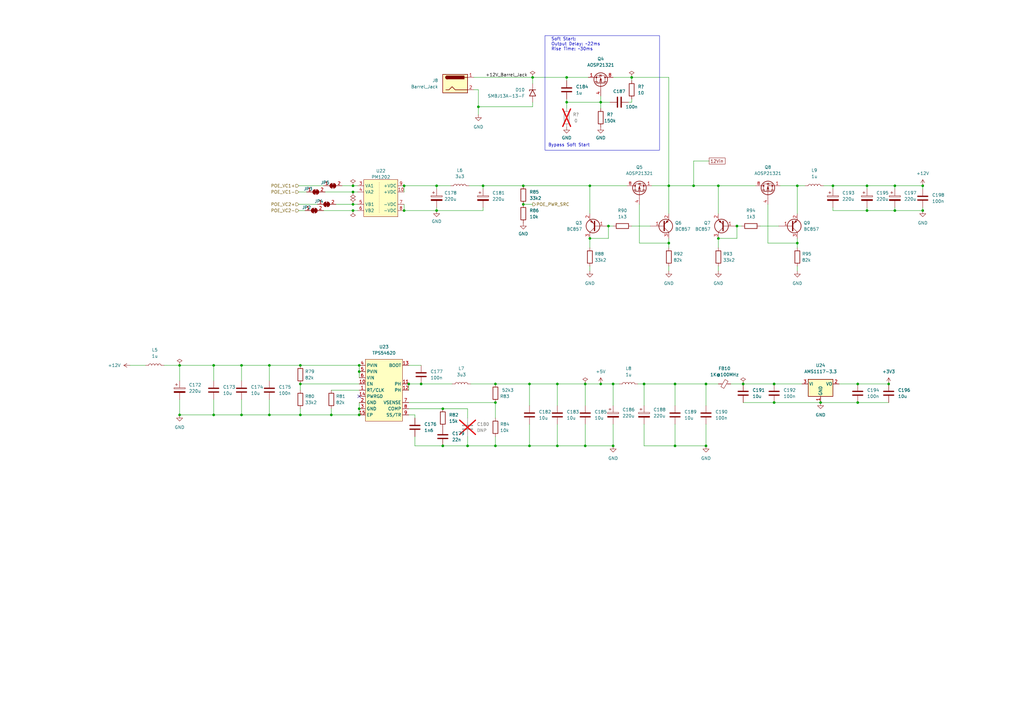
<source format=kicad_sch>
(kicad_sch (version 20230121) (generator eeschema)
  (paper "A3")
  (title_block (title "digital supply") (date "2023-11-09") (rev "r0_3") (company "M-Labs Limited") (comment 1 "Linus Woo Chun Kit"))
  (lib_symbols
    (symbol "Connector:Barrel_Jack" (pin_names (offset 1.016))
      (property "Reference" "J" (at 0 5.334 0))
      (property "Value" "Barrel_Jack" (at 0 -5.08 0))
      (symbol "Barrel_Jack_1_1"
        (pin passive line (at 7.62 2.54 180) (length 2.54) (name "~") (number "1"))
        (pin passive line (at 7.62 -2.54 180) (length 2.54) (name "~") (number "2"))
      )
    )
    (symbol "Device:C" (pin_numbers hide) (pin_names (offset 0.254))
      (property "Reference" "C" (at 0.635 2.54 0))
      (property "Value" "C" (at 0.635 -2.54 0))
      (symbol "C_1_1"
        (pin passive line (at 0 3.81 270) (length 2.794) (name "~") (number "1"))
        (pin passive line (at 0 -3.81 90) (length 2.794) (name "~") (number "2"))
      )
    )
    (symbol "Device:C_Polarized" (pin_numbers hide) (pin_names (offset 0.254))
      (property "Reference" "C" (at 0.635 2.54 0))
      (property "Value" "C_Polarized" (at 0.635 -2.54 0))
      (symbol "C_Polarized_1_1"
        (pin passive line (at 0 3.81 270) (length 2.794) (name "~") (number "1"))
        (pin passive line (at 0 -3.81 90) (length 2.794) (name "~") (number "2"))
      )
    )
    (symbol "Device:FerriteBead_Small" (pin_numbers hide) (pin_names (offset 0))
      (property "Reference" "FB" (at 1.905 1.27 0))
      (property "Value" "FerriteBead_Small" (at 1.905 -1.27 0))
      (symbol "FerriteBead_Small_1_1"
        (pin passive line (at 0 2.54 270) (length 1.27) (name "~") (number "1"))
        (pin passive line (at 0 -2.54 90) (length 1.27) (name "~") (number "2"))
      )
    )
    (symbol "Device:L" (pin_numbers hide) (pin_names (offset 1.016) hide)
      (property "Reference" "L" (at -1.27 0 90))
      (property "Value" "L" (at 1.905 0 90))
      (symbol "L_1_1"
        (pin passive line (at 0 3.81 270) (length 1.27) (name "1") (number "1"))
        (pin passive line (at 0 -3.81 90) (length 1.27) (name "2") (number "2"))
      )
    )
    (symbol "Device:R" (pin_numbers hide) (pin_names (offset 0))
      (property "Reference" "R" (at 2.032 0 90))
      (property "Value" "R" (at 0 0 90))
      (symbol "R_1_1"
        (pin passive line (at 0 3.81 270) (length 1.27) (name "~") (number "1"))
        (pin passive line (at 0 -3.81 90) (length 1.27) (name "~") (number "2"))
      )
    )
    (symbol "Diode:SM6T15A" (pin_numbers hide) (pin_names (offset 1.016) hide)
      (property "Reference" "D" (at 0 2.54 0))
      (property "Value" "SM6T15A" (at 0 -2.54 0))
      (symbol "SM6T15A_1_1"
        (pin passive line (at -3.81 0 0) (length 2.54) (name "A1") (number "1"))
        (pin passive line (at 3.81 0 180) (length 2.54) (name "A2") (number "2"))
      )
    )
    (symbol "Jumper:SolderJumper_2_Bridged" (pin_names (offset 0) hide)
      (property "Reference" "JP" (at 0 2.032 0))
      (property "Value" "SolderJumper_2_Bridged" (at 0 -2.54 0))
      (symbol "SolderJumper_2_Bridged_1_1"
        (pin passive line (at -3.81 0 0) (length 2.54) (name "A") (number "1"))
        (pin passive line (at 3.81 0 180) (length 2.54) (name "B") (number "2"))
      )
    )
    (symbol "Regulator_Linear:AMS1117-3.3" (pin_names (offset 0.254))
      (property "Reference" "U" (at -3.81 3.175 0))
      (property "Value" "AMS1117-3.3" (at 0 3.175 0))
      (symbol "AMS1117-3.3_1_1"
        (pin power_in line (at 0 -7.62 90) (length 2.54) (name "GND") (number "1"))
        (pin power_out line (at 7.62 0 180) (length 2.54) (name "VO") (number "2"))
        (pin power_in line (at -7.62 0 0) (length 2.54) (name "VI") (number "3"))
      )
    )
    (symbol "Transistor_BJT:BC857" (pin_names (offset 0) hide)
      (property "Reference" "Q" (at 5.08 1.905 0))
      (property "Value" "BC857" (at 5.08 0 0))
      (symbol "BC857_1_1"
        (pin input line (at -5.08 0 0) (length 5.715) (name "B") (number "1"))
        (pin passive line (at 2.54 -5.08 90) (length 2.54) (name "E") (number "2"))
        (pin passive line (at 2.54 5.08 270) (length 2.54) (name "C") (number "3"))
      )
    )
    (symbol "Transistor_FET:FDS9435A" (pin_names hide)
      (property "Reference" "Q" (at 5.08 1.905 0))
      (property "Value" "FDS9435A" (at 5.08 0 0))
      (symbol "FDS9435A_1_1"
        (pin passive line (at 2.54 -5.08 90) (length 2.54) (name "S") (number "1"))
        (pin passive line (at 2.54 -5.08 90) (length 2.54) hide (name "S") (number "2"))
        (pin passive line (at 2.54 -5.08 90) (length 2.54) hide (name "S") (number "3"))
        (pin passive line (at -5.08 0 0) (length 2.54) (name "G") (number "4"))
        (pin passive line (at 2.54 5.08 270) (length 2.54) hide (name "D") (number "5"))
        (pin passive line (at 2.54 5.08 270) (length 2.54) hide (name "D") (number "6"))
        (pin passive line (at 2.54 5.08 270) (length 2.54) hide (name "D") (number "7"))
        (pin passive line (at 2.54 5.08 270) (length 2.54) (name "D") (number "8"))
      )
    )
    (symbol "kirdy:PM1202"
      (property "Reference" "U" (at 6.35 -6.35 0))
      (property "Value" "PM1202" (at -2.54 -6.35 0))
      (property "MFR_PN" "PM1202" (at 0 0 0))
      (symbol "PM1202_0_0"
        (pin no_connect line (at -1.27 -11.43 180) (length 2.54) hide (name "NC") (number "1"))
        (pin power_out line (at 10.16 5.08 180) (length 2.54) (name "+VDC") (number "10"))
        (pin no_connect line (at -1.27 -8.89 180) (length 2.54) hide (name "NC") (number "2"))
        (pin passive line (at 10.16 0 180) (length 2.54) (name "-VDC") (number "7"))
        (pin power_out line (at 10.16 -2.54 180) (length 2.54) (name "-VDC") (number "8"))
        (pin input line (at 10.16 7.62 180) (length 2.54) (name "+VDC") (number "9"))
      )
      (symbol "PM1202_1_0"
        (pin power_in line (at -8.89 7.62 0) (length 2.54) (name "VA1") (number "3"))
        (pin power_in line (at -8.89 5.08 0) (length 2.54) (name "VA2") (number "4"))
        (pin power_in line (at -8.89 0 0) (length 2.54) (name "VB1") (number "5"))
        (pin power_in line (at -8.89 -2.54 0) (length 2.54) (name "VB2") (number "6"))
      )
    )
    (symbol "kirdy:TPS54620"
      (property "Reference" "U" (at 0 -17.78 0))
      (property "Value" "TPS54620" (at 0 -15.24 0))
      (symbol "TPS54620_0_0"
        (pin input line (at -10.16 0 0) (length 2.54) (name "RT/CLK") (number "1"))
        (pin input line (at -10.16 2.54 0) (length 2.54) (name "EN") (number "10"))
        (pin power_out line (at 10.16 2.54 180) (length 2.54) (name "PH") (number "11"))
        (pin passive line (at 10.16 0 180) (length 2.54) (name "PH") (number "12"))
        (pin input line (at 10.16 10.16 180) (length 2.54) (name "BOOT") (number "13"))
        (pin output line (at -10.16 -2.54 0) (length 2.54) (name "PWRGD") (number "14"))
        (pin power_in line (at -10.16 -10.16 0) (length 2.54) (name "EP") (number "15"))
        (pin power_in line (at -10.16 -5.08 0) (length 2.54) (name "GND") (number "2"))
        (pin power_in line (at -10.16 -7.62 0) (length 2.54) (name "GND") (number "3"))
        (pin power_in line (at -10.16 10.16 0) (length 2.54) (name "PVIN") (number "4"))
        (pin power_in line (at -10.16 7.62 0) (length 2.54) (name "PVIN") (number "5"))
        (pin power_in line (at -10.16 5.08 0) (length 2.54) (name "VIN") (number "6"))
        (pin input line (at 10.16 -5.08 180) (length 2.54) (name "VSENSE") (number "7"))
        (pin output line (at 10.16 -7.62 180) (length 2.54) (name "COMP") (number "8"))
        (pin output line (at 10.16 -10.16 180) (length 2.54) (name "SS/TR") (number "9"))
      )
    )
    (symbol "power:+12V" (power) (pin_names (offset 0))
      (property "Value" "+12V" (at 0 3.556 0))
      (symbol "+12V_1_1"
        (pin power_in line (at 0 0 90) (length 0) hide (name "+12V") (number "1"))
      )
    )
    (symbol "power:+3V3" (power) (pin_names (offset 0))
      (property "Value" "+3V3" (at 0 3.556 0))
      (symbol "+3V3_1_1"
        (pin power_in line (at 0 0 90) (length 0) hide (name "+3V3") (number "1"))
      )
    )
    (symbol "power:+5V" (power) (pin_names (offset 0))
      (property "Value" "+5V" (at 0 3.556 0))
      (symbol "+5V_1_1"
        (pin power_in line (at 0 0 90) (length 0) hide (name "+5V") (number "1"))
      )
    )
    (symbol "power:GND" (power) (pin_names (offset 0))
      (property "Value" "GND" (at 0 -3.81 0))
      (symbol "GND_1_1"
        (pin power_in line (at 0 0 270) (length 0) hide (name "GND") (number "1"))
      )
    )
    (symbol "power:PWR_FLAG" (power) (pin_numbers hide) (pin_names (offset 0) hide)
      (property "Value" "PWR_FLAG" (at 0 3.81 0))
      (symbol "PWR_FLAG_0_0"
        (pin power_out line (at 0 0 90) (length 0) (name "pwr") (number "1"))
      )
    )
  )
  (junction (at 259.08 31.75))
  (junction (at 87.63 149.86))
  (junction (at 179.07 86.36))
  (junction (at 165.735 86.36))
  (junction (at 364.49 157.48))
  (junction (at 241.935 97.79))
  (junction (at 276.86 157.48))
  (junction (at 144.78 76.2))
  (junction (at 181.61 182.88))
  (junction (at 274.32 99.695))
  (junction (at 147.32 167.64))
  (junction (at 241.935 76.2))
  (junction (at 251.46 182.88))
  (junction (at 181.61 167.64))
  (junction (at 144.78 83.82))
  (junction (at 284.48 76.2))
  (junction (at 246.38 157.48))
  (junction (at 317.5 165.1))
  (junction (at 228.6 157.48))
  (junction (at 203.2 157.48))
  (junction (at 378.46 86.36))
  (junction (at 251.46 157.48))
  (junction (at 110.49 170.18))
  (junction (at 144.78 86.36))
  (junction (at 167.64 157.48))
  (junction (at 274.32 76.2))
  (junction (at 135.89 170.18))
  (junction (at 73.66 170.18))
  (junction (at 214.63 83.82))
  (junction (at 302.26 92.71))
  (junction (at 246.38 41.91))
  (junction (at 196.215 43.815))
  (junction (at 240.03 182.88))
  (junction (at 147.32 149.86))
  (junction (at 203.2 182.88))
  (junction (at 336.55 165.1))
  (junction (at 240.03 157.48))
  (junction (at 249.555 92.71))
  (junction (at 110.49 149.86))
  (junction (at 351.79 165.1))
  (junction (at 294.64 97.79))
  (junction (at 123.19 170.18))
  (junction (at 317.5 157.48))
  (junction (at 289.56 157.48))
  (junction (at 351.79 157.48))
  (junction (at 203.2 165.1))
  (junction (at 327.025 76.2))
  (junction (at 355.6 86.36))
  (junction (at 367.03 76.2))
  (junction (at 217.17 182.88))
  (junction (at 214.63 76.2))
  (junction (at 304.8 157.48))
  (junction (at 217.17 157.48))
  (junction (at 179.07 76.2))
  (junction (at 87.63 170.18))
  (junction (at 232.41 31.75))
  (junction (at 378.46 76.2))
  (junction (at 144.78 78.74))
  (junction (at 123.19 149.86))
  (junction (at 341.63 76.2))
  (junction (at 73.66 149.86))
  (junction (at 165.735 76.2))
  (junction (at 218.44 31.75))
  (junction (at 327.025 99.695))
  (junction (at 99.06 170.18))
  (junction (at 294.64 76.2))
  (junction (at 289.56 182.88))
  (junction (at 232.41 41.91))
  (junction (at 147.32 152.4))
  (junction (at 367.03 86.36))
  (junction (at 228.6 182.88))
  (junction (at 191.77 182.88))
  (junction (at 99.06 149.86))
  (junction (at 123.19 157.48))
  (junction (at 276.86 182.88))
  (junction (at 147.32 170.18))
  (junction (at 172.72 157.48))
  (junction (at 198.12 76.2))
  (junction (at 264.16 157.48))
  (junction (at 355.6 76.2))
  (no_connect (at 147.32 162.56))
  (wire (pts (xy 337.82 76.2) (xy 341.63 76.2)))
  (wire (pts (xy 135.89 167.64) (xy 135.89 170.18)))
  (wire (pts (xy 294.64 76.2) (xy 309.88 76.2)))
  (wire (pts (xy 378.46 77.47) (xy 378.46 76.2)))
  (wire (pts (xy 87.63 149.86) (xy 99.06 149.86)))
  (wire (pts (xy 147.32 165.1) (xy 147.32 167.64)))
  (wire (pts (xy 165.735 86.36) (xy 179.07 86.36)))
  (wire (pts (xy 144.78 83.82) (xy 146.685 83.82)))
  (wire (pts (xy 140.335 76.2) (xy 144.78 76.2)))
  (wire (pts (xy 327.025 76.2) (xy 327.025 87.63)))
  (wire (pts (xy 110.49 149.86) (xy 123.19 149.86)))
  (wire (pts (xy 355.6 76.2) (xy 355.6 77.47)))
  (wire (pts (xy 99.06 163.83) (xy 99.06 170.18)))
  (wire (pts (xy 264.16 157.48) (xy 276.86 157.48)))
  (wire (pts (xy 241.935 76.2) (xy 257.175 76.2)))
  (wire (pts (xy 165.735 83.82) (xy 165.735 86.36)))
  (wire (pts (xy 294.64 97.79) (xy 294.64 101.6)))
  (wire (pts (xy 135.89 160.02) (xy 147.32 160.02)))
  (wire (pts (xy 228.6 182.88) (xy 240.03 182.88)))
  (wire (pts (xy 327.025 99.695) (xy 327.025 101.6)))
  (wire (pts (xy 218.44 31.75) (xy 194.31 31.75)))
  (wire (pts (xy 99.06 170.18) (xy 110.49 170.18)))
  (wire (pts (xy 110.49 170.18) (xy 123.19 170.18)))
  (wire (pts (xy 232.41 41.91) (xy 232.41 44.45)))
  (wire (pts (xy 192.405 76.2) (xy 198.12 76.2)))
  (wire (pts (xy 274.32 76.2) (xy 284.48 76.2)))
  (wire (pts (xy 367.03 76.2) (xy 378.46 76.2)))
  (wire (pts (xy 304.8 165.1) (xy 317.5 165.1)))
  (wire (pts (xy 170.18 179.07) (xy 170.18 182.88)))
  (wire (pts (xy 203.2 182.88) (xy 203.2 179.07)))
  (wire (pts (xy 181.61 167.64) (xy 191.77 167.64)))
  (wire (pts (xy 217.17 157.48) (xy 217.17 166.37)))
  (wire (pts (xy 53.34 149.86) (xy 59.69 149.86)))
  (wire (pts (xy 267.335 76.2) (xy 274.32 76.2)))
  (wire (pts (xy 122.555 83.82) (xy 130.175 83.82)))
  (wire (pts (xy 246.38 41.91) (xy 250.19 41.91)))
  (wire (pts (xy 147.32 149.86) (xy 147.32 152.4)))
  (wire (pts (xy 167.64 149.86) (xy 172.72 149.86)))
  (wire (pts (xy 123.19 157.48) (xy 123.19 160.02)))
  (wire (pts (xy 123.19 167.64) (xy 123.19 170.18)))
  (wire (pts (xy 73.66 163.83) (xy 73.66 170.18)))
  (wire (pts (xy 240.03 157.48) (xy 240.03 166.37)))
  (wire (pts (xy 132.715 86.36) (xy 144.78 86.36)))
  (wire (pts (xy 251.46 182.88) (xy 251.46 173.99)))
  (wire (pts (xy 259.08 40.64) (xy 259.08 41.91)))
  (wire (pts (xy 317.5 157.48) (xy 328.93 157.48)))
  (wire (pts (xy 276.86 157.48) (xy 289.56 157.48)))
  (wire (pts (xy 99.06 149.86) (xy 110.49 149.86)))
  (wire (pts (xy 320.04 76.2) (xy 327.025 76.2)))
  (wire (pts (xy 167.64 165.1) (xy 203.2 165.1)))
  (wire (pts (xy 284.48 76.2) (xy 294.64 76.2)))
  (wire (pts (xy 289.56 173.99) (xy 289.56 182.88)))
  (wire (pts (xy 251.46 157.48) (xy 251.46 166.37)))
  (wire (pts (xy 274.32 76.2) (xy 274.32 87.63)))
  (wire (pts (xy 123.19 157.48) (xy 147.32 157.48)))
  (wire (pts (xy 196.215 36.83) (xy 194.31 36.83)))
  (wire (pts (xy 218.44 41.91) (xy 218.44 43.815)))
  (wire (pts (xy 87.63 170.18) (xy 99.06 170.18)))
  (wire (pts (xy 135.89 170.18) (xy 147.32 170.18)))
  (wire (pts (xy 351.79 157.48) (xy 364.49 157.48)))
  (wire (pts (xy 179.07 76.2) (xy 179.07 77.47)))
  (wire (pts (xy 327.025 76.2) (xy 330.2 76.2)))
  (wire (pts (xy 123.19 149.86) (xy 147.32 149.86)))
  (wire (pts (xy 276.86 166.37) (xy 276.86 157.48)))
  (wire (pts (xy 144.78 78.74) (xy 146.685 78.74)))
  (wire (pts (xy 276.86 182.88) (xy 289.56 182.88)))
  (wire (pts (xy 232.41 40.64) (xy 232.41 41.91)))
  (wire (pts (xy 73.66 156.21) (xy 73.66 149.86)))
  (wire (pts (xy 232.41 41.91) (xy 246.38 41.91)))
  (wire (pts (xy 198.12 76.2) (xy 214.63 76.2)))
  (wire (pts (xy 294.64 109.22) (xy 294.64 111.125)))
  (wire (pts (xy 122.555 86.36) (xy 125.095 86.36)))
  (wire (pts (xy 259.08 31.75) (xy 259.08 33.02)))
  (wire (pts (xy 217.17 157.48) (xy 228.6 157.48)))
  (wire (pts (xy 232.41 31.75) (xy 232.41 33.02)))
  (wire (pts (xy 259.08 41.91) (xy 257.81 41.91)))
  (wire (pts (xy 246.38 39.37) (xy 246.38 41.91)))
  (wire (pts (xy 378.46 85.09) (xy 378.46 86.36)))
  (wire (pts (xy 203.2 157.48) (xy 217.17 157.48)))
  (wire (pts (xy 344.17 157.48) (xy 351.79 157.48)))
  (wire (pts (xy 123.19 170.18) (xy 135.89 170.18)))
  (wire (pts (xy 198.12 76.2) (xy 198.12 77.47)))
  (wire (pts (xy 170.18 182.88) (xy 181.61 182.88)))
  (wire (pts (xy 294.64 76.2) (xy 294.64 87.63)))
  (wire (pts (xy 284.48 66.04) (xy 284.48 76.2)))
  (wire (pts (xy 290.83 66.04) (xy 284.48 66.04)))
  (wire (pts (xy 218.44 31.75) (xy 218.44 34.29)))
  (wire (pts (xy 367.03 76.2) (xy 367.03 77.47)))
  (wire (pts (xy 191.77 182.88) (xy 203.2 182.88)))
  (wire (pts (xy 172.72 157.48) (xy 185.42 157.48)))
  (wire (pts (xy 261.62 157.48) (xy 264.16 157.48)))
  (wire (pts (xy 251.46 31.75) (xy 259.08 31.75)))
  (wire (pts (xy 327.025 109.22) (xy 327.025 111.125)))
  (wire (pts (xy 341.63 76.2) (xy 355.6 76.2)))
  (wire (pts (xy 110.49 163.83) (xy 110.49 170.18)))
  (wire (pts (xy 314.96 99.695) (xy 327.025 99.695)))
  (wire (pts (xy 249.555 92.71) (xy 251.46 92.71)))
  (wire (pts (xy 341.63 76.2) (xy 341.63 77.47)))
  (wire (pts (xy 203.2 182.88) (xy 217.17 182.88)))
  (wire (pts (xy 254 157.48) (xy 251.46 157.48)))
  (wire (pts (xy 196.215 43.815) (xy 218.44 43.815)))
  (wire (pts (xy 246.38 41.91) (xy 246.38 44.45)))
  (wire (pts (xy 241.935 97.79) (xy 241.935 101.6)))
  (wire (pts (xy 198.12 85.09) (xy 198.12 86.36)))
  (wire (pts (xy 355.6 76.2) (xy 367.03 76.2)))
  (wire (pts (xy 241.935 76.2) (xy 241.935 87.63)))
  (wire (pts (xy 314.96 83.82) (xy 314.96 99.695)))
  (wire (pts (xy 228.6 157.48) (xy 240.03 157.48)))
  (wire (pts (xy 264.16 182.88) (xy 264.16 173.99)))
  (wire (pts (xy 367.03 85.09) (xy 367.03 86.36)))
  (wire (pts (xy 73.66 149.86) (xy 87.63 149.86)))
  (wire (pts (xy 262.255 83.82) (xy 262.255 99.695)))
  (wire (pts (xy 179.07 86.36) (xy 179.07 85.09)))
  (wire (pts (xy 179.07 76.2) (xy 184.785 76.2)))
  (wire (pts (xy 147.32 167.64) (xy 147.32 170.18)))
  (wire (pts (xy 299.72 157.48) (xy 304.8 157.48)))
  (wire (pts (xy 196.215 43.815) (xy 196.215 36.83)))
  (wire (pts (xy 274.32 109.22) (xy 274.32 111.125)))
  (wire (pts (xy 241.935 109.22) (xy 241.935 111.125)))
  (wire (pts (xy 144.78 76.2) (xy 146.685 76.2)))
  (wire (pts (xy 232.41 31.75) (xy 241.3 31.75)))
  (wire (pts (xy 87.63 149.86) (xy 87.63 156.21)))
  (wire (pts (xy 165.735 76.2) (xy 165.735 78.74)))
  (wire (pts (xy 317.5 165.1) (xy 336.55 165.1)))
  (wire (pts (xy 203.2 171.45) (xy 203.2 165.1)))
  (wire (pts (xy 167.64 157.48) (xy 172.72 157.48)))
  (wire (pts (xy 122.555 76.2) (xy 132.715 76.2)))
  (wire (pts (xy 137.795 83.82) (xy 144.78 83.82)))
  (wire (pts (xy 147.32 152.4) (xy 147.32 154.94)))
  (wire (pts (xy 170.18 170.18) (xy 170.18 171.45)))
  (wire (pts (xy 193.04 157.48) (xy 203.2 157.48)))
  (wire (pts (xy 241.935 97.79) (xy 249.555 97.79)))
  (wire (pts (xy 133.35 78.74) (xy 144.78 78.74)))
  (wire (pts (xy 367.03 86.36) (xy 378.46 86.36)))
  (wire (pts (xy 198.12 86.36) (xy 179.07 86.36)))
  (wire (pts (xy 214.63 83.82) (xy 218.44 83.82)))
  (wire (pts (xy 144.78 86.36) (xy 146.685 86.36)))
  (wire (pts (xy 228.6 157.48) (xy 228.6 166.37)))
  (wire (pts (xy 218.44 31.75) (xy 232.41 31.75)))
  (wire (pts (xy 264.16 182.88) (xy 276.86 182.88)))
  (wire (pts (xy 87.63 163.83) (xy 87.63 170.18)))
  (wire (pts (xy 191.77 182.88) (xy 191.77 179.07)))
  (wire (pts (xy 249.555 97.79) (xy 249.555 92.71)))
  (wire (pts (xy 294.64 97.79) (xy 302.26 97.79)))
  (wire (pts (xy 240.03 173.99) (xy 240.03 182.88)))
  (wire (pts (xy 217.17 173.99) (xy 217.17 182.88)))
  (wire (pts (xy 167.64 170.18) (xy 170.18 170.18)))
  (wire (pts (xy 327.025 97.79) (xy 327.025 99.695)))
  (wire (pts (xy 165.735 76.2) (xy 179.07 76.2)))
  (wire (pts (xy 246.38 157.48) (xy 251.46 157.48)))
  (wire (pts (xy 181.61 182.88) (xy 191.77 182.88)))
  (wire (pts (xy 341.63 86.36) (xy 355.6 86.36)))
  (wire (pts (xy 355.6 86.36) (xy 367.03 86.36)))
  (wire (pts (xy 73.66 170.18) (xy 87.63 170.18)))
  (wire (pts (xy 355.6 85.09) (xy 355.6 86.36)))
  (wire (pts (xy 276.86 173.99) (xy 276.86 182.88)))
  (wire (pts (xy 302.26 92.71) (xy 304.165 92.71)))
  (wire (pts (xy 67.31 149.86) (xy 73.66 149.86)))
  (wire (pts (xy 228.6 173.99) (xy 228.6 182.88)))
  (wire (pts (xy 110.49 149.86) (xy 110.49 156.21)))
  (wire (pts (xy 264.16 166.37) (xy 264.16 157.48)))
  (wire (pts (xy 191.77 167.64) (xy 191.77 171.45)))
  (wire (pts (xy 240.03 182.88) (xy 251.46 182.88)))
  (wire (pts (xy 274.32 99.695) (xy 274.32 101.6)))
  (wire (pts (xy 122.555 78.74) (xy 125.73 78.74)))
  (wire (pts (xy 262.255 99.695) (xy 274.32 99.695)))
  (wire (pts (xy 341.63 86.36) (xy 341.63 85.09)))
  (wire (pts (xy 351.79 165.1) (xy 364.49 165.1)))
  (wire (pts (xy 167.64 167.64) (xy 181.61 167.64)))
  (wire (pts (xy 304.8 157.48) (xy 317.5 157.48)))
  (wire (pts (xy 274.32 31.75) (xy 274.32 76.2)))
  (wire (pts (xy 259.08 92.71) (xy 266.7 92.71)))
  (wire (pts (xy 99.06 156.21) (xy 99.06 149.86)))
  (wire (pts (xy 311.785 92.71) (xy 319.405 92.71)))
  (wire (pts (xy 289.56 157.48) (xy 294.64 157.48)))
  (wire (pts (xy 302.26 97.79) (xy 302.26 92.71)))
  (wire (pts (xy 167.64 157.48) (xy 167.64 160.02)))
  (wire (pts (xy 259.08 31.75) (xy 274.32 31.75)))
  (wire (pts (xy 214.63 76.2) (xy 241.935 76.2)))
  (wire (pts (xy 274.32 97.79) (xy 274.32 99.695)))
  (wire (pts (xy 240.03 157.48) (xy 246.38 157.48)))
  (wire (pts (xy 217.17 182.88) (xy 228.6 182.88)))
  (wire (pts (xy 196.215 46.99) (xy 196.215 43.815)))
  (wire (pts (xy 289.56 166.37) (xy 289.56 157.48)))
  (wire (pts (xy 336.55 165.1) (xy 351.79 165.1)))
  (rectangle (start 223.52 14.605) (end 270.51 61.595))
  (text "Bypass Soft Start" (at 241.935 60.325 0) (effects (font (size 1.27 1.27)) (justify right bottom)))
  (text "Soft Start:\nOutput Delay: ~22ms\nRise Time: ~30ms\n" (at 226.06 20.955 0) (effects (font (size 1.27 1.27)) (justify left bottom)))
  (label "+12V_Barrel_Jack" (at 199.136 31.75 0))
  (global_label "12Vin" (shape passive) (at 290.83 66.04 0) (property "Intersheetrefs" "${INTERSHEET_REFS}" (effects hide)))
  (hierarchical_label "POE_PWR_SRC" (shape output) (at 218.44 83.82 0))
  (hierarchical_label "POE_VC2+" (shape input) (at 122.555 83.82 180))
  (hierarchical_label "POE_VC2-" (shape input) (at 122.555 86.36 180))
  (hierarchical_label "POE_VC1-" (shape input) (at 122.555 78.74 180))
  (hierarchical_label "POE_VC1+" (shape input) (at 122.555 76.2 180))
  (symbol (lib_id "Device:L") (at 189.23 157.48 90) (unit 1)
    (property "Reference" "L7" (at 189.23 151.13 90))
    (property "Value" "3u3" (at 189.23 153.67 90))
    (property "Footprint" "Inductor_SMD:L_Wuerth_MAPI-4020" (effects hide))
    (property "MFR_PN" "74438356033" (effects hide))
  )
  (symbol (lib_id "Device:C") (at 276.86 170.18 0) (unit 1)
    (property "Reference" "C189" (at 280.67 168.9099 0) (effects (justify left)))
    (property "Value" "10u" (at 280.67 171.4499 0) (effects (justify left)))
    (property "Footprint" "Capacitor_SMD:C_0805_2012Metric" (effects hide))
    (property "MFR_PN" "CL21B106KOQNNNG" (effects hide))
    (property "MFR_PN_ALT" "CL21B106KOQNNNE" (effects hide))
  )
  (symbol (lib_id "Device:C") (at 378.46 81.28 0) (unit 1)
    (property "Reference" "C198" (at 382.27 80.0099 0) (effects (justify left)))
    (property "Value" "100n" (at 382.27 82.5499 0) (effects (justify left)))
    (property "Footprint" "Capacitor_SMD:C_0603_1608Metric" (effects hide))
    (property "MFR_PN" "CL10B104KB8NNWC" (effects hide))
    (property "MFR_PN_ALT" "CL10B104KB8NNNL" (effects hide))
  )
  (symbol (lib_id "Jumper:SolderJumper_2_Bridged") (at 136.525 76.2 0) (unit 1) (in_bom no)
    (property "Reference" "JP5" (at 133.35 74.93 0))
    (property "Value" "SolderJumper_2_Bridged" (effects hide))
    (property "Footprint" "Jumper:SolderJumper-2_P1.3mm_Bridged2Bar_Pad1.0x1.5mm" (effects hide))
  )
  (symbol (lib_id "Device:R") (at 294.64 105.41 0) (unit 1)
    (property "Reference" "R93" (at 296.545 104.1399 0) (effects (justify left)))
    (property "Value" "33k2" (at 296.545 106.6799 0) (effects (justify left)))
    (property "Footprint" "Resistor_SMD:R_0603_1608Metric" (effects hide))
    (property "MFR_PN" "CR0603-FX-3322ELF" (effects hide))
    (property "MFR_PN_ALT" "RC0603FR-0733K2L" (effects hide))
  )
  (symbol (lib_id "Device:C") (at 170.18 175.26 0) (unit 1)
    (property "Reference" "C176" (at 173.99 173.9899 0) (effects (justify left)))
    (property "Value" "1n6" (at 173.99 176.5299 0) (effects (justify left)))
    (property "Footprint" "Capacitor_SMD:C_0603_1608Metric" (effects hide))
    (property "MFR_PN" "GCM1885C1H162FA16D" (effects hide))
    (property "MFR_PN_ALT" "C0603C162J5GAC7867" (effects hide))
  )
  (symbol (lib_id "Device:C_Polarized") (at 264.16 170.18 0) (unit 1)
    (property "Reference" "C188" (at 267.97 168.0209 0) (effects (justify left)))
    (property "Value" "220u" (at 267.97 170.5609 0) (effects (justify left)))
    (property "Footprint" "Capacitor_Tantalum_SMD:CP_EIA-7343-15_Kemet-W" (effects hide))
    (property "MFR_PN" "T491D227K016AT" (effects hide))
    (property "MFR_PN_ALT" "293D227X9016E2TE3" (effects hide))
  )
  (symbol (lib_id "Transistor_BJT:BC857") (at 324.485 92.71 0) (mirror x) (unit 1)
    (property "Reference" "Q9" (at 329.565 91.4399 0) (effects (justify left)))
    (property "Value" "BC857" (at 329.565 93.9799 0) (effects (justify left)))
    (property "Footprint" "Package_TO_SOT_SMD:SOT-23" (effects hide))
    (property "Datasheet" "https://www.onsemi.com/pub/Collateral/BC860-D.pdf" (effects hide))
    (property "MFR_PN" "BC857B-TP" (effects hide))
    (property "MFR_PN_ALT" "BC857C-TP" (effects hide))
  )
  (symbol (lib_id "Device:C") (at 240.03 170.18 0) (unit 1)
    (property "Reference" "C185" (at 243.84 168.9099 0) (effects (justify left)))
    (property "Value" "10u" (at 243.84 171.4499 0) (effects (justify left)))
    (property "Footprint" "Capacitor_SMD:C_0805_2012Metric" (effects hide))
    (property "MFR_PN" "CL21B106KOQNNNG" (effects hide))
    (property "MFR_PN_ALT" "CL21B106KOQNNNE" (effects hide))
  )
  (symbol (lib_id "power:GND") (at 196.215 46.99 0) (mirror y) (unit 1)
    (property "Reference" "#PWR0154" (effects hide))
    (property "Value" "GND" (at 196.215 52.07 0))
  )
  (symbol (lib_id "Device:C_Polarized") (at 341.63 81.28 0) (unit 1)
    (property "Reference" "C193" (at 345.44 79.1209 0) (effects (justify left)))
    (property "Value" "220u" (at 345.44 81.6609 0) (effects (justify left)))
    (property "Footprint" "Capacitor_Tantalum_SMD:CP_EIA-7343-15_Kemet-W" (effects hide))
    (property "MFR_PN" "T491D227K016AT" (effects hide))
    (property "MFR_PN_ALT" "293D227X9016E2TE3" (effects hide))
  )
  (symbol (lib_id "power:GND") (at 274.32 111.125 0) (unit 1)
    (property "Reference" "#PWR0161" (effects hide))
    (property "Value" "GND" (at 274.32 116.205 0))
  )
  (symbol (lib_id "Device:R") (at 181.61 171.45 0) (unit 1)
    (property "Reference" "R82" (at 184.15 170.1799 0) (effects (justify left)))
    (property "Value" "15k" (at 184.15 172.7199 0) (effects (justify left)))
    (property "Footprint" "Resistor_SMD:R_0603_1608Metric" (effects hide))
    (property "MFR_PN" "RT0603FRE0715KL" (effects hide))
  )
  (symbol (lib_id "Device:C") (at 304.8 161.29 0) (unit 1)
    (property "Reference" "C191" (at 308.61 160.0199 0) (effects (justify left)))
    (property "Value" "10u" (at 308.61 162.5599 0) (effects (justify left)))
    (property "Footprint" "Capacitor_SMD:C_0805_2012Metric" (effects hide))
    (property "MFR_PN" "CL21B106KOQNNNG" (effects hide))
    (property "MFR_PN_ALT" "CL21B106KOQNNNE" (effects hide))
  )
  (symbol (lib_id "Device:C") (at 351.79 161.29 0) (unit 1)
    (property "Reference" "C194" (at 355.6 160.0199 0) (effects (justify left)))
    (property "Value" "100n" (at 355.6 162.5599 0) (effects (justify left)))
    (property "Footprint" "Capacitor_SMD:C_0603_1608Metric" (effects hide))
    (property "MFR_PN" "CL10B104KB8NNWC" (effects hide))
    (property "MFR_PN_ALT" "CL10B104KB8NNNL" (effects hide))
  )
  (symbol (lib_id "power:+12V") (at 378.46 76.2 0) (unit 1)
    (property "Reference" "#PWR0167" (effects hide))
    (property "Value" "+12V" (at 378.46 71.12 0))
  )
  (symbol (lib_id "power:PWR_FLAG") (at 304.8 157.48 0) (unit 1)
    (property "Reference" "#FLG027" (effects hide))
    (property "Value" "PWR_FLAG" (effects hide))
  )
  (symbol (lib_id "power:GND") (at 241.935 111.125 0) (unit 1)
    (property "Reference" "#PWR0157" (effects hide))
    (property "Value" "GND" (at 241.935 116.205 0))
  )
  (symbol (lib_id "Device:L") (at 188.595 76.2 90) (unit 1)
    (property "Reference" "L6" (at 188.595 69.85 90))
    (property "Value" "3u3" (at 188.595 72.39 90))
    (property "Footprint" "Inductor_SMD:L_Wuerth_MAPI-4020" (effects hide))
    (property "MFR_PN" "74438356033" (effects hide))
  )
  (symbol (lib_id "Device:C") (at 87.63 160.02 0) (unit 1)
    (property "Reference" "C173" (at 91.44 158.7499 0) (effects (justify left)))
    (property "Value" "10u" (at 91.44 161.2899 0) (effects (justify left)))
    (property "Footprint" "Capacitor_SMD:C_0805_2012Metric" (effects hide))
    (property "MFR_PN" "CL21B106KOQNNNG" (effects hide))
    (property "MFR_PN_ALT" "CL21B106KOQNNNE" (effects hide))
  )
  (symbol (lib_id "power:PWR_FLAG") (at 144.78 86.36 180) (unit 1)
    (property "Reference" "#FLG023" (effects hide))
    (property "Value" "PWR_FLAG" (effects hide))
  )
  (symbol (lib_id "Device:R") (at 123.19 153.67 0) (unit 1)
    (property "Reference" "R79" (at 125.095 152.3999 0) (effects (justify left)))
    (property "Value" "82k" (at 125.095 154.9399 0) (effects (justify left)))
    (property "Footprint" "Resistor_SMD:R_0603_1608Metric" (effects hide))
    (property "MFR_PN" "CRGCQ0603F82K" (effects hide))
    (property "MFR_PN_ALT" "RMCF0603FT82K0" (effects hide))
  )
  (symbol (lib_id "Device:C_Polarized") (at 251.46 170.18 0) (unit 1)
    (property "Reference" "C186" (at 255.27 168.0209 0) (effects (justify left)))
    (property "Value" "220u" (at 255.27 170.5609 0) (effects (justify left)))
    (property "Footprint" "Capacitor_Tantalum_SMD:CP_EIA-7343-15_Kemet-W" (effects hide))
    (property "MFR_PN" "T491D227K016AT" (effects hide))
    (property "MFR_PN_ALT" "293D227X9016E2TE3" (effects hide))
  )
  (symbol (lib_id "kirdy:PM1202") (at 155.575 83.82 0) (unit 1)
    (property "Reference" "U22" (at 156.21 70.0872 0))
    (property "Value" "PM1202" (at 156.21 72.6241 0))
    (property "Footprint" "kirdy:PM1202" (effects hide))
    (property "Datasheet" "https://www.sdapo.net/product/product-12-386.html" (effects hide))
    (property "MFR_PN" "PM1202" (effects hide))
  )
  (symbol (lib_id "Device:R") (at 307.975 92.71 90) (unit 1)
    (property "Reference" "R94" (at 307.975 86.36 90))
    (property "Value" "1k3" (at 307.975 88.9 90))
    (property "Footprint" "Resistor_SMD:R_0603_1608Metric" (effects hide))
    (property "MFR_PN" "RC0603FR-071K3L" (effects hide))
    (property "MFR_PN_ALT" "CRCW06031K30FKEAC" (effects hide))
  )
  (symbol (lib_id "Device:C") (at 172.72 153.67 0) (unit 1)
    (property "Reference" "C177" (at 176.53 152.3999 0) (effects (justify left)))
    (property "Value" "100n" (at 176.53 154.9399 0) (effects (justify left)))
    (property "Footprint" "Capacitor_SMD:C_0603_1608Metric" (effects hide))
    (property "MFR_PN" "CL10B104KB8NNWC" (effects hide))
    (property "MFR_PN_ALT" "CL10B104KB8NNNL" (effects hide))
  )
  (symbol (lib_id "Device:R") (at 232.41 48.26 180) (unit 1) (dnp yes)
    (property "Reference" "R?" (at 236.22 46.99 0))
    (property "Value" "0" (at 236.22 49.53 0))
    (property "Footprint" "Resistor_SMD:R_0603_1608Metric" (effects hide))
    (property "MFR_PN" "RMCF0603ZT0R00" (effects hide))
    (property "MFR_PN_ALT" "CR0603-J/-000ELF" (effects hide))
    (instances (project "kirdy" (path "" (reference "R?") (unit 1)) (path "" (reference "R87") (unit 1))))
  )
  (symbol (lib_id "Diode:SM6T15A") (at 218.44 38.1 90) (mirror x) (unit 1)
    (property "Reference" "D10" (at 215.265 36.8299 90) (effects (justify left)))
    (property "Value" "SMBJ13A-13-F" (at 215.265 39.3699 90) (effects (justify left)))
    (property "Footprint" "Diode_SMD:D_SMB" (effects hide))
    (property "Datasheet" "https://www.st.com/resource/en/datasheet/sm6t.pdf" (effects hide))
    (property "MFR_PN" "SMBJ13A-13-F" (effects hide))
    (property "MFR_PN_ALT" "P6SMB16A" (effects hide))
  )
  (symbol (lib_id "Device:C_Polarized") (at 355.6 81.28 0) (unit 1)
    (property "Reference" "C195" (at 359.41 79.1209 0) (effects (justify left)))
    (property "Value" "220u" (at 359.41 81.6609 0) (effects (justify left)))
    (property "Footprint" "Capacitor_Tantalum_SMD:CP_EIA-7343-15_Kemet-W" (effects hide))
    (property "MFR_PN" "T491D227K016AT" (effects hide))
    (property "MFR_PN_ALT" "293D227X9016E2TE3" (effects hide))
  )
  (symbol (lib_id "power:PWR_FLAG") (at 144.78 78.74 180) (unit 1)
    (property "Reference" "#FLG021" (effects hide))
    (property "Value" "PWR_FLAG" (effects hide))
  )
  (symbol (lib_id "power:PWR_FLAG") (at 144.78 83.82 0) (unit 1)
    (property "Reference" "#FLG022" (effects hide))
    (property "Value" "PWR_FLAG" (effects hide))
  )
  (symbol (lib_id "Jumper:SolderJumper_2_Bridged") (at 128.905 86.36 0) (unit 1) (in_bom no)
    (property "Reference" "JP2" (at 125.73 85.09 0))
    (property "Value" "SolderJumper_2_Bridged" (effects hide))
    (property "Footprint" "Jumper:SolderJumper-2_P1.3mm_Bridged2Bar_Pad1.0x1.5mm" (effects hide))
  )
  (symbol (lib_id "Device:C") (at 228.6 170.18 0) (unit 1)
    (property "Reference" "C183" (at 232.41 168.9099 0) (effects (justify left)))
    (property "Value" "10u" (at 232.41 171.4499 0) (effects (justify left)))
    (property "Footprint" "Capacitor_SMD:C_0805_2012Metric" (effects hide))
    (property "MFR_PN" "CL21B106KOQNNNG" (effects hide))
    (property "MFR_PN_ALT" "CL21B106KOQNNNE" (effects hide))
  )
  (symbol (lib_id "Device:R") (at 203.2 161.29 180) (unit 1)
    (property "Reference" "R83" (at 207.01 162.56 0))
    (property "Value" "52k3" (at 208.28 160.02 0))
    (property "Footprint" "Resistor_SMD:R_0603_1608Metric" (effects hide))
    (property "MFR_PN" "CR0603-FX-5232ELF" (effects hide))
    (property "MFR_PN_ALT" "ERJ-3EKF5232V" (effects hide))
  )
  (symbol (lib_id "Device:C") (at 191.77 175.26 0) (unit 1) (dnp yes)
    (property "Reference" "C180" (at 195.58 173.9899 0) (effects (justify left)))
    (property "Value" "DNP" (at 195.58 176.5299 0) (effects (justify left)))
    (property "Footprint" "Capacitor_SMD:C_0603_1608Metric" (effects hide))
  )
  (symbol (lib_id "power:PWR_FLAG") (at 259.08 31.75 0) (mirror y) (unit 1)
    (property "Reference" "#FLG026" (effects hide))
    (property "Value" "PWR_FLAG" (effects hide))
  )
  (symbol (lib_id "Device:R") (at 214.63 80.01 0) (unit 1)
    (property "Reference" "R85" (at 217.17 78.7399 0) (effects (justify left)))
    (property "Value" "33k2" (at 217.17 81.2799 0) (effects (justify left)))
    (property "Footprint" "Resistor_SMD:R_0603_1608Metric" (effects hide))
    (property "MFR_PN" "CR0603-FX-3322ELF" (effects hide))
    (property "MFR_PN_ALT" "RC0603FR-0733K2L" (effects hide))
  )
  (symbol (lib_id "power:GND") (at 73.66 170.18 0) (unit 1)
    (property "Reference" "#PWR0152" (effects hide))
    (property "Value" "GND" (at 73.66 175.26 0))
  )
  (symbol (lib_id "Device:R") (at 255.27 92.71 90) (unit 1)
    (property "Reference" "R90" (at 255.27 86.36 90))
    (property "Value" "1k3" (at 255.27 88.9 90))
    (property "Footprint" "Resistor_SMD:R_0603_1608Metric" (effects hide))
    (property "MFR_PN" "RC0603FR-071K3L" (effects hide))
    (property "MFR_PN_ALT" "CRCW06031K30FKEAC" (effects hide))
  )
  (symbol (lib_id "Device:C_Polarized") (at 179.07 81.28 0) (unit 1)
    (property "Reference" "C178" (at 182.245 79.1209 0) (effects (justify left)))
    (property "Value" "220u" (at 182.245 81.6609 0) (effects (justify left)))
    (property "Footprint" "Capacitor_Tantalum_SMD:CP_EIA-7343-15_Kemet-W" (effects hide))
    (property "MFR_PN" "T491D227K016AT" (effects hide))
    (property "MFR_PN_ALT" "293D227X9016E2TE3" (effects hide))
  )
  (symbol (lib_id "Device:L") (at 257.81 157.48 90) (unit 1)
    (property "Reference" "L8" (at 257.81 151.13 90))
    (property "Value" "1u" (at 257.81 153.67 90))
    (property "Footprint" "Inductor_SMD:L_1008_2520Metric" (effects hide))
    (property "MFR_PN" "DFE252012F-1R0M=P2" (effects hide))
    (property "MFR_PN_ALT" "DFE252012P-1R0M=P2" (effects hide))
  )
  (symbol (lib_id "Device:R") (at 259.08 36.83 180) (unit 1)
    (property "Reference" "R?" (at 262.89 35.56 0))
    (property "Value" "10" (at 262.89 38.1 0))
    (property "Footprint" "Resistor_SMD:R_0603_1608Metric" (effects hide))
    (property "MFR_PN" "RT0603BRD0710RL" (effects hide))
    (property "MFR_PN_ALT" "WR06X10R0FTL" (effects hide))
    (instances (project "kirdy" (path "" (reference "R?") (unit 1)) (path "" (reference "R91") (unit 1))))
  )
  (symbol (lib_id "Device:C") (at 289.56 170.18 0) (unit 1)
    (property "Reference" "C190" (at 293.37 168.9099 0) (effects (justify left)))
    (property "Value" "100n" (at 293.37 171.4499 0) (effects (justify left)))
    (property "Footprint" "Capacitor_SMD:C_0603_1608Metric" (effects hide))
    (property "MFR_PN" "CL10B104KB8NNWC" (effects hide))
    (property "MFR_PN_ALT" "CL10B104KB8NNNL" (effects hide))
  )
  (symbol (lib_id "power:+5V") (at 246.38 157.48 0) (unit 1)
    (property "Reference" "#PWR0159" (effects hide))
    (property "Value" "+5V" (at 246.38 152.4 0))
  )
  (symbol (lib_id "Device:R") (at 241.935 105.41 0) (unit 1)
    (property "Reference" "R88" (at 243.84 104.1399 0) (effects (justify left)))
    (property "Value" "33k2" (at 243.84 106.6799 0) (effects (justify left)))
    (property "Footprint" "Resistor_SMD:R_0603_1608Metric" (effects hide))
    (property "MFR_PN" "CR0603-FX-3322ELF" (effects hide))
    (property "MFR_PN_ALT" "RC0603FR-0733K2L" (effects hide))
  )
  (symbol (lib_id "power:PWR_FLAG") (at 73.66 149.86 0) (unit 1)
    (property "Reference" "#FLG019" (effects hide))
    (property "Value" "PWR_FLAG" (effects hide))
  )
  (symbol (lib_id "Transistor_BJT:BC857") (at 297.18 92.71 180) (unit 1)
    (property "Reference" "Q7" (at 291.465 91.4399 0) (effects (justify left)))
    (property "Value" "BC857" (at 291.465 93.9799 0) (effects (justify left)))
    (property "Footprint" "Package_TO_SOT_SMD:SOT-23" (effects hide))
    (property "Datasheet" "https://www.onsemi.com/pub/Collateral/BC860-D.pdf" (effects hide))
    (property "MFR_PN" "BC857B-TP" (effects hide))
    (property "MFR_PN_ALT" "BC857C-TP" (effects hide))
  )
  (symbol (lib_id "power:GND") (at 327.025 111.125 0) (unit 1)
    (property "Reference" "#PWR0164" (effects hide))
    (property "Value" "GND" (at 327.025 116.205 0))
  )
  (symbol (lib_id "Device:R") (at 203.2 175.26 0) (unit 1)
    (property "Reference" "R84" (at 205.105 173.9899 0) (effects (justify left)))
    (property "Value" "10k" (at 205.105 176.5299 0) (effects (justify left)))
    (property "Footprint" "Resistor_SMD:R_0603_1608Metric" (effects hide))
    (property "MFR_PN" "RNCP0603FTD10K0" (effects hide))
    (property "MFR_PN_ALT" "RMCF0603FT10K0" (effects hide))
  )
  (symbol (lib_id "Device:C_Polarized") (at 198.12 81.28 0) (unit 1)
    (property "Reference" "C181" (at 201.93 79.1209 0) (effects (justify left)))
    (property "Value" "220u" (at 201.93 81.6609 0) (effects (justify left)))
    (property "Footprint" "Capacitor_Tantalum_SMD:CP_EIA-7343-15_Kemet-W" (effects hide))
    (property "MFR_PN" "T491D227K016AT" (effects hide))
    (property "MFR_PN_ALT" "293D227X9016E2TE3" (effects hide))
  )
  (symbol (lib_id "Device:C") (at 181.61 179.07 0) (unit 1)
    (property "Reference" "C179" (at 185.42 177.7999 0) (effects (justify left)))
    (property "Value" "22n" (at 185.42 180.3399 0) (effects (justify left)))
    (property "Footprint" "Capacitor_SMD:C_0603_1608Metric" (effects hide))
    (property "MFR_PN" "06035C223JAT2A" (effects hide))
    (property "MFR_PN_ALT" "0603B223J250CT" (effects hide))
  )
  (symbol (lib_id "Device:C") (at 254 41.91 90) (unit 1)
    (property "Reference" "C187" (at 254 37.465 90))
    (property "Value" "100n" (at 259.08 43.815 90))
    (property "Footprint" "Capacitor_SMD:C_0603_1608Metric" (effects hide))
    (property "MFR_PN" "CL10B104KB8NNWC" (effects hide))
    (property "MFR_PN_ALT" "CL10B104KB8NNNL" (effects hide))
  )
  (symbol (lib_id "Device:C_Polarized") (at 367.03 81.28 0) (unit 1)
    (property "Reference" "C197" (at 370.84 79.1209 0) (effects (justify left)))
    (property "Value" "220u" (at 370.84 81.6609 0) (effects (justify left)))
    (property "Footprint" "Capacitor_Tantalum_SMD:CP_EIA-7343-15_Kemet-W" (effects hide))
    (property "MFR_PN" "T491D227K016AT" (effects hide))
    (property "MFR_PN_ALT" "293D227X9016E2TE3" (effects hide))
  )
  (symbol (lib_id "Transistor_FET:FDS9435A") (at 246.38 34.29 270) (mirror x) (unit 1)
    (property "Reference" "Q4" (at 246.38 24.13 90))
    (property "Value" "AOSP21321" (at 246.38 26.67 90))
    (property "Footprint" "Package_SO:SOIC-8_3.9x4.9mm_P1.27mm" (effects hide))
    (property "Datasheet" "https://www.onsemi.com/pub/Collateral/FDS9435A-D.PDF" (effects hide))
    (property "MFR_PN" "AOSP21321" (effects hide))
    (property "MFR_PN_ALT" "AO4411" (effects hide))
  )
  (symbol (lib_id "power:GND") (at 179.07 86.36 0) (unit 1)
    (property "Reference" "#PWR0153" (effects hide))
    (property "Value" "GND" (at 179.07 90.8034 0))
  )
  (symbol (lib_id "power:PWR_FLAG") (at 144.78 76.2 0) (unit 1)
    (property "Reference" "#FLG020" (effects hide))
    (property "Value" "PWR_FLAG" (effects hide))
  )
  (symbol (lib_id "power:GND") (at 378.46 86.36 0) (unit 1)
    (property "Reference" "#PWR0168" (effects hide))
    (property "Value" "GND" (at 378.46 91.44 0))
  )
  (symbol (lib_id "Device:C") (at 110.49 160.02 0) (unit 1)
    (property "Reference" "C175" (at 114.3 158.7499 0) (effects (justify left)))
    (property "Value" "100n" (at 114.3 161.2899 0) (effects (justify left)))
    (property "Footprint" "Capacitor_SMD:C_0603_1608Metric" (effects hide))
    (property "MFR_PN" "CL10B104KB8NNWC" (effects hide))
    (property "MFR_PN_ALT" "CL10B104KB8NNNL" (effects hide))
  )
  (symbol (lib_id "power:GND") (at 214.63 91.44 0) (unit 1)
    (property "Reference" "#PWR0155" (effects hide))
    (property "Value" "GND" (at 214.63 95.885 0))
  )
  (symbol (lib_id "Device:L") (at 63.5 149.86 90) (unit 1)
    (property "Reference" "L5" (at 63.5 143.51 90))
    (property "Value" "1u" (at 63.5 146.05 90))
    (property "Footprint" "Inductor_SMD:L_1008_2520Metric" (effects hide))
    (property "MFR_PN" "DFE252012F-1R0M=P2" (effects hide))
    (property "MFR_PN_ALT" "DFE252012P-1R0M=P2" (effects hide))
  )
  (symbol (lib_id "Device:R") (at 135.89 163.83 0) (unit 1)
    (property "Reference" "R81" (at 137.795 162.5599 0) (effects (justify left)))
    (property "Value" "82k" (at 137.795 165.0999 0) (effects (justify left)))
    (property "Footprint" "Resistor_SMD:R_0603_1608Metric" (effects hide))
    (property "MFR_PN" "CRGCQ0603F82K" (effects hide))
    (property "MFR_PN_ALT" "RMCF0603FT82K0" (effects hide))
  )
  (symbol (lib_id "Jumper:SolderJumper_2_Bridged") (at 133.985 83.82 0) (unit 1) (in_bom no)
    (property "Reference" "JP4" (at 130.81 82.55 0))
    (property "Value" "SolderJumper_2_Bridged" (effects hide))
    (property "Footprint" "Jumper:SolderJumper-2_P1.3mm_Bridged2Bar_Pad1.0x1.5mm" (effects hide))
  )
  (symbol (lib_id "Jumper:SolderJumper_2_Bridged") (at 129.54 78.74 0) (unit 1) (in_bom no)
    (property "Reference" "JP3" (at 126.365 77.47 0))
    (property "Value" "SolderJumper_2_Bridged" (effects hide))
    (property "Footprint" "Jumper:SolderJumper-2_P1.3mm_Bridged2Bar_Pad1.0x1.5mm" (effects hide))
  )
  (symbol (lib_id "power:GND") (at 294.64 111.125 0) (unit 1)
    (property "Reference" "#PWR0163" (effects hide))
    (property "Value" "GND" (at 294.64 116.205 0))
  )
  (symbol (lib_id "Device:C") (at 217.17 170.18 0) (unit 1)
    (property "Reference" "C182" (at 220.98 168.9099 0) (effects (justify left)))
    (property "Value" "10u" (at 220.98 171.4499 0) (effects (justify left)))
    (property "Footprint" "Capacitor_SMD:C_0805_2012Metric" (effects hide))
    (property "MFR_PN" "CL21B106KOQNNNG" (effects hide))
    (property "MFR_PN_ALT" "CL21B106KOQNNNE" (effects hide))
  )
  (symbol (lib_id "Transistor_BJT:BC857") (at 244.475 92.71 180) (unit 1)
    (property "Reference" "Q3" (at 238.76 91.4399 0) (effects (justify left)))
    (property "Value" "BC857" (at 238.76 93.9799 0) (effects (justify left)))
    (property "Footprint" "Package_TO_SOT_SMD:SOT-23" (effects hide))
    (property "Datasheet" "https://www.onsemi.com/pub/Collateral/BC860-D.pdf" (effects hide))
    (property "MFR_PN" "BC857B-TP" (effects hide))
    (property "MFR_PN_ALT" "BC857C-TP" (effects hide))
  )
  (symbol (lib_id "power:GND") (at 251.46 182.88 0) (unit 1)
    (property "Reference" "#PWR0160" (effects hide))
    (property "Value" "GND" (at 251.46 187.96 0))
  )
  (symbol (lib_id "Device:R") (at 214.63 87.63 0) (unit 1)
    (property "Reference" "R86" (at 217.17 86.3599 0) (effects (justify left)))
    (property "Value" "10k" (at 217.17 88.8999 0) (effects (justify left)))
    (property "Footprint" "Resistor_SMD:R_0603_1608Metric" (effects hide))
    (property "MFR_PN" "RNCP0603FTD10K0" (effects hide))
    (property "MFR_PN_ALT" "RMCF0603FT10K0" (effects hide))
  )
  (symbol (lib_id "Device:R") (at 274.32 105.41 0) (unit 1)
    (property "Reference" "R92" (at 276.225 104.1399 0) (effects (justify left)))
    (property "Value" "82k" (at 276.225 106.6799 0) (effects (justify left)))
    (property "Footprint" "Resistor_SMD:R_0603_1608Metric" (effects hide))
    (property "MFR_PN" "CRGCQ0603F82K" (effects hide))
    (property "MFR_PN_ALT" "RMCF0603FT82K0" (effects hide))
  )
  (symbol (lib_id "Device:C") (at 317.5 161.29 0) (unit 1)
    (property "Reference" "C192" (at 321.31 160.0199 0) (effects (justify left)))
    (property "Value" "100n" (at 321.31 162.5599 0) (effects (justify left)))
    (property "Footprint" "Capacitor_SMD:C_0603_1608Metric" (effects hide))
    (property "MFR_PN" "CL10B104KB8NNWC" (effects hide))
    (property "MFR_PN_ALT" "CL10B104KB8NNNL" (effects hide))
  )
  (symbol (lib_id "power:GND") (at 246.38 52.07 0) (mirror y) (unit 1)
    (property "Reference" "#PWR0158" (effects hide))
    (property "Value" "GND" (at 246.38 56.515 0))
  )
  (symbol (lib_id "Device:C") (at 232.41 36.83 0) (unit 1)
    (property "Reference" "C184" (at 236.22 35.56 0) (effects (justify left)))
    (property "Value" "1u" (at 236.22 38.1 0) (effects (justify left)))
    (property "Footprint" "Capacitor_SMD:C_0603_1608Metric" (effects hide))
    (property "MFR_PN" "CL10B105KA8NNNC" (effects hide))
    (property "MFR_PN_ALT" "CGA3E1X7R1E105K080AC" (effects hide))
  )
  (symbol (lib_id "Device:R") (at 123.19 163.83 0) (unit 1)
    (property "Reference" "R80" (at 125.095 162.5599 0) (effects (justify left)))
    (property "Value" "33k2" (at 125.095 165.0999 0) (effects (justify left)))
    (property "Footprint" "Resistor_SMD:R_0603_1608Metric" (effects hide))
    (property "MFR_PN" "CR0603-FX-3322ELF" (effects hide))
    (property "MFR_PN_ALT" "RC0603FR-0733K2L" (effects hide))
  )
  (symbol (lib_id "power:GND") (at 336.55 165.1 0) (unit 1)
    (property "Reference" "#PWR0165" (effects hide))
    (property "Value" "GND" (at 336.55 170.18 0))
  )
  (symbol (lib_id "Device:C") (at 364.49 161.29 0) (unit 1)
    (property "Reference" "C196" (at 368.3 160.0199 0) (effects (justify left)))
    (property "Value" "10u" (at 368.3 162.5599 0) (effects (justify left)))
    (property "Footprint" "Capacitor_SMD:C_0805_2012Metric" (effects hide))
    (property "MFR_PN" "CL21B106KOQNNNG" (effects hide))
    (property "MFR_PN_ALT" "CL21B106KOQNNNE" (effects hide))
  )
  (symbol (lib_id "Device:R") (at 246.38 48.26 180) (unit 1)
    (property "Reference" "R?" (at 250.19 46.99 0))
    (property "Value" "150k" (at 250.19 49.53 0))
    (property "Footprint" "Resistor_SMD:R_0603_1608Metric" (effects hide))
    (property "MFR_PN" "CRGCQ0603F150K" (effects hide))
    (property "MFR_PN_ALT" "RMCF0603FG150K" (effects hide))
    (instances (project "kirdy" (path "" (reference "R?") (unit 1)) (path "" (reference "R89") (unit 1))))
  )
  (symbol (lib_id "Connector:Barrel_Jack") (at 186.69 34.29 0) (unit 1)
    (property "Reference" "J8" (at 179.705 33.0199 0) (effects (justify right)))
    (property "Value" "Barrel_Jack" (at 179.705 35.5599 0) (effects (justify right)))
    (property "Footprint" "Connector_BarrelJack:BarrelJack_CUI_PJ-063AH_Horizontal" (effects hide))
    (property "MFR_PN" "PJ-063BH" (effects hide))
  )
  (symbol (lib_id "power:+12V") (at 53.34 149.86 90) (unit 1)
    (property "Reference" "#PWR0151" (effects hide))
    (property "Value" "+12V" (at 49.53 149.8599 90) (effects (justify left)))
  )
  (symbol (lib_id "Regulator_Linear:AMS1117-3.3") (at 336.55 157.48 0) (unit 1)
    (property "Reference" "U24" (at 336.55 149.86 0))
    (property "Value" "AMS1117-3.3" (at 336.55 152.4 0))
    (property "Footprint" "Package_TO_SOT_SMD:SOT-223-3_TabPin2" (effects hide))
    (property "Datasheet" "http://www.advanced-monolithic.com/pdf/ds1117.pdf" (effects hide))
    (property "MFR_PN" "AMS1117-3.3" (effects hide))
  )
  (symbol (lib_id "Transistor_FET:FDS9435A") (at 262.255 78.74 90) (unit 1)
    (property "Reference" "Q5" (at 262.255 68.58 90))
    (property "Value" "AOSP21321" (at 262.255 71.12 90))
    (property "Footprint" "Package_SO:SOIC-8_3.9x4.9mm_P1.27mm" (effects hide))
    (property "Datasheet" "https://www.onsemi.com/pub/Collateral/FDS9435A-D.PDF" (effects hide))
    (property "MFR_PN" "AOSP21321" (effects hide))
    (property "MFR_PN_ALT" "AO4411" (effects hide))
  )
  (symbol (lib_id "Transistor_BJT:BC857") (at 271.78 92.71 0) (mirror x) (unit 1)
    (property "Reference" "Q6" (at 276.86 91.4399 0) (effects (justify left)))
    (property "Value" "BC857" (at 276.86 93.9799 0) (effects (justify left)))
    (property "Footprint" "Package_TO_SOT_SMD:SOT-23" (effects hide))
    (property "Datasheet" "https://www.onsemi.com/pub/Collateral/BC860-D.pdf" (effects hide))
    (property "MFR_PN" "BC857B-TP" (effects hide))
    (property "MFR_PN_ALT" "BC857C-TP" (effects hide))
  )
  (symbol (lib_id "power:PWR_FLAG") (at 218.44 31.75 0) (mirror y) (unit 1)
    (property "Reference" "#FLG024" (effects hide))
    (property "Value" "PWR_FLAG" (effects hide))
  )
  (symbol (lib_id "Device:FerriteBead_Small") (at 297.18 157.48 90) (unit 1)
    (property "Reference" "FB10" (at 297.1419 151.13 90))
    (property "Value" "1K@100MHz" (at 297.1419 153.67 90))
    (property "Footprint" "Inductor_SMD:L_1210_3225Metric" (effects hide))
    (property "MFR_PN" "FBMH3225HM102NT" (effects hide))
    (property "MFR_PN_ALT" "FBMH3225HM102NTV" (effects hide))
  )
  (symbol (lib_id "Device:R") (at 327.025 105.41 0) (unit 1)
    (property "Reference" "R95" (at 328.93 104.1399 0) (effects (justify left)))
    (property "Value" "82k" (at 328.93 106.6799 0) (effects (justify left)))
    (property "Footprint" "Resistor_SMD:R_0603_1608Metric" (effects hide))
    (property "MFR_PN" "CRGCQ0603F82K" (effects hide))
    (property "MFR_PN_ALT" "RMCF0603FT82K0" (effects hide))
  )
  (symbol (lib_id "Device:C") (at 99.06 160.02 0) (unit 1)
    (property "Reference" "C174" (at 102.87 158.7499 0) (effects (justify left)))
    (property "Value" "10u" (at 102.87 161.2899 0) (effects (justify left)))
    (property "Footprint" "Capacitor_SMD:C_0805_2012Metric" (effects hide))
    (property "MFR_PN" "CL21B106KOQNNNG" (effects hide))
    (property "MFR_PN_ALT" "CL21B106KOQNNNE" (effects hide))
  )
  (symbol (lib_id "Transistor_FET:FDS9435A") (at 314.96 78.74 90) (unit 1)
    (property "Reference" "Q8" (at 314.96 68.58 90))
    (property "Value" "AOSP21321" (at 314.96 71.12 90))
    (property "Footprint" "Package_SO:SOIC-8_3.9x4.9mm_P1.27mm" (effects hide))
    (property "Datasheet" "https://www.onsemi.com/pub/Collateral/FDS9435A-D.PDF" (effects hide))
    (property "MFR_PN" "AOSP21321" (effects hide))
    (property "MFR_PN_ALT" "AO4411" (effects hide))
  )
  (symbol (lib_id "power:GND") (at 232.41 52.07 0) (mirror y) (unit 1)
    (property "Reference" "#PWR0156" (effects hide))
    (property "Value" "GND" (at 232.41 56.515 0))
  )
  (symbol (lib_id "power:+3V3") (at 364.49 157.48 0) (unit 1)
    (property "Reference" "#PWR0166" (effects hide))
    (property "Value" "+3V3" (at 364.49 152.4 0))
  )
  (symbol (lib_id "kirdy:TPS54620") (at 157.48 160.02 0) (unit 1)
    (property "Reference" "U23" (at 157.48 142.24 0))
    (property "Value" "TPS54620" (at 157.48 144.78 0))
    (property "Footprint" "Package_DFN_QFN:Texas_S-PVQFN-N14" (effects hide))
    (property "MFR_PN" "TPS54620RHLR" (effects hide))
  )
  (symbol (lib_id "Device:C_Polarized") (at 73.66 160.02 0) (unit 1)
    (property "Reference" "C172" (at 77.47 157.8609 0) (effects (justify left)))
    (property "Value" "220u" (at 77.47 160.4009 0) (effects (justify left)))
    (property "Footprint" "Capacitor_Tantalum_SMD:CP_EIA-7343-15_Kemet-W" (effects hide))
    (property "MFR_PN" "T491D227K016AT" (effects hide))
    (property "MFR_PN_ALT" "293D227X9016E2TE3" (effects hide))
  )
  (symbol (lib_id "Device:L") (at 334.01 76.2 90) (unit 1)
    (property "Reference" "L9" (at 334.01 69.85 90))
    (property "Value" "1u" (at 334.01 72.39 90))
    (property "Footprint" "Inductor_SMD:L_1008_2520Metric" (effects hide))
    (property "MFR_PN" "DFE252012F-1R0M=P2" (effects hide))
    (property "MFR_PN_ALT" "DFE252012P-1R0M=P2" (effects hide))
  )
  (symbol (lib_id "power:GND") (at 289.56 182.88 0) (unit 1)
    (property "Reference" "#PWR0162" (effects hide))
    (property "Value" "GND" (at 289.56 187.96 0))
  )
  (symbol (lib_id "power:PWR_FLAG") (at 240.03 157.48 0) (unit 1)
    (property "Reference" "#FLG025" (effects hide))
    (property "Value" "PWR_FLAG" (effects hide))
  )
)
</source>
